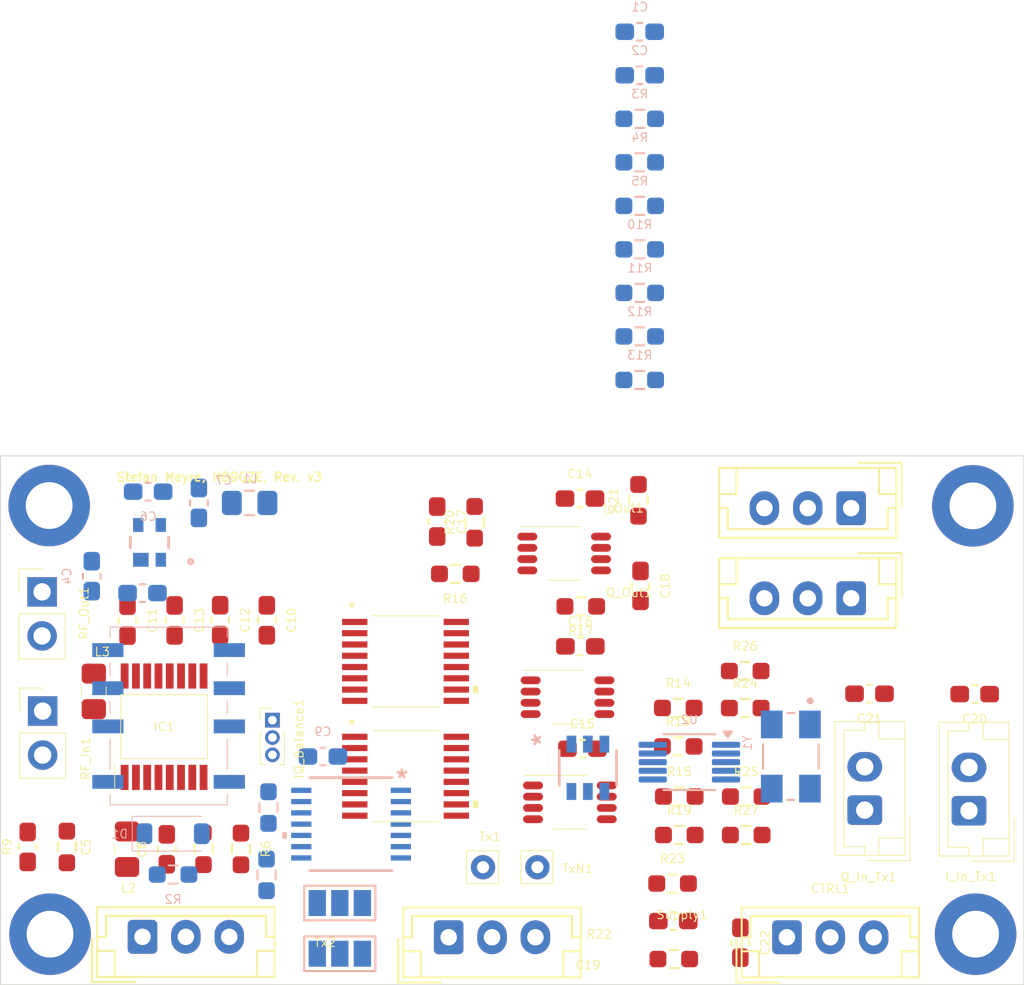
<source format=kicad_pcb>
(kicad_pcb (version 20240108) (generator "pcbnew") (generator_version "8.0")
  (title_block (comment 4 "AISLER Project ID: YJPBAAIW"))
  (layers (0 "F.Cu" mixed) (1 "In1.Cu" mixed) (2 "In2.Cu" mixed) (31 "B.Cu" mixed) (34 "B.Paste" user) (35 "F.Paste" user) (36 "B.SilkS" user "B.Silkscreen") (37 "F.SilkS" user "F.Silkscreen") (38 "B.Mask" user) (39 "F.Mask" user) (44 "Edge.Cuts" user))
  (net 0 "")
  (net 1 "/RF_IN_OUT")
  (net 2 "+3.3V")
  (net 3 "GND")
  (net 4 "+5V")
  (net 5 "/+2.5V")
  (net 6 "Net-(IC1-VCC)")
  (net 7 "Net-(U1-IN)")
  (net 8 "Net-(C3-Pad1)")
  (net 9 "Net-(C8-Pad2)")
  (net 10 "Net-(U6-X)")
  (net 11 "Net-(U6-Y)")
  (net 12 "Net-(U1-OUT)")
  (net 13 "Net-(C5-Pad2)")
  (net 14 "Net-(D1-K)")
  (net 15 "/Clk_S0")
  (net 16 "/Clk_S1")
  (net 17 "/3")
  (net 18 "/2")
  (net 19 "/1")
  (net 20 "/4")
  (net 21 "Net-(IC1-1A)")
  (net 22 "Net-(I_In_Tx1-Pin_2)")
  (net 23 "/TxN")
  (net 24 "Net-(Q_In_Tx1-Pin_2)")
  (net 25 "/S1")
  (net 26 "/S0")
  (net 27 "Net-(U1-VD)")
  (net 28 "Net-(U5-Y1)")
  (net 29 "/Tx")
  (net 30 "/RF_In")
  (net 35 "/RF_Out")
  (net 36 "Net-(I_Out1-Pin_2)")
  (net 37 "Net-(Q_Out1-Pin_2)")
  (net 38 "Net-(U6-Y1)")
  (net 39 "Net-(C20-Pad2)")
  (net 40 "Net-(C21-Pad2)")
  (net 41 "/SDA")
  (net 42 "/SCL")
  (net 43 "Net-(U3-*1Q)")
  (net 44 "/SI5351CLK")
  (net 45 "/RawClk")
  (net 46 "Net-(U3-2Q)")
  (net 47 "Net-(U5-X)")
  (net 48 "Net-(U5-Y)")
  (net 49 "Net-(U5-X0)")
  (net 50 "Net-(U8B-IN-)")
  (net 51 "Net-(U6-X0)")
  (net 52 "Net-(U9B-IN-)")
  (net 53 "Net-(U5-X1)")
  (net 54 "Net-(U6-X1)")
  (net 55 "Net-(U5-Y0)")
  (net 56 "Net-(U6-Y0)")
  (net 57 "Net-(U8A-IN-)")
  (net 58 "Net-(U9A-IN-)")
  (net 61 "Net-(U2-XA)")
  (net 62 "Net-(U2-XB)")
  (net 63 "Net-(U3-*2Q)")
  (net 64 "Net-(U3-1Q)")
  (footprint "Connector_PinHeader_2.54mm:PinHeader_1x02_P2.54mm_Vertical" (layer "F.Cu") (at 102.4375 57.7799)
    (property "Reference" "RF_Out1" (at 2.421641 1.228118 90) (layer "F.SilkS") (effects (font (size 0.5 0.5) (thickness 0.0625))))
    (property "Value" "Conn_01x02" (hide yes))
    (pad "1" thru_hole rect (at 0 0) (size 1.7 1.7) (drill 1) (layers "*.Cu" "*.Mask") (net 3 "GND"))
    (pad "2" thru_hole oval (at 0 2.54) (size 1.7 1.7) (drill 1) (layers "*.Cu" "*.Mask") (net 35 "/RF_Out"))
  )
  (footprint "Capacitor_SMD:C_0603_1608Metric_Pad1.08x0.95mm_HandSolder" (layer "F.Cu") (at 110.077 59.4242 -90)
    (property "Reference" "C13" (at 0 -1.43 -90) (layer "F.SilkS") (effects (font (size 0.5 0.5) (thickness 0.0625))))
    (property "Value" "47nF" (hide yes))
    (pad "1" smd roundrect (at -0.8625 0 270) (size 1.075 0.95) (layers "F.Cu" "F.Paste" "F.Mask") (net 3 "GND"))
    (pad "2" smd roundrect (at 0.8625 0 270) (size 1.075 0.95) (layers "F.Cu" "F.Paste" "F.Mask") (net 17 "/3"))
  )
  (footprint "Private:SOP65P640X110-16N" (layer "F.Cu") (at 109.47 65.5562 90)
    (property "Reference" "IC1" (at 0 0 0) (layer "F.SilkS") (effects (font (size 0.5 0.5) (thickness 0.0625))))
    (property "Value" "FST3253MTCX" (hide yes))
    (pad "1" smd rect (at -2.925 -2.275 180) (size 0.45 1.45) (layers "F.Cu" "F.Paste" "F.Mask") (net 3 "GND"))
    (pad "2" smd rect (at -2.925 -1.625 180) (size 0.45 1.45) (layers "F.Cu" "F.Paste" "F.Mask") (net 25 "/S1"))
    (pad "3" smd rect (at -2.925 -0.975 180) (size 0.45 1.45) (layers "F.Cu" "F.Paste" "F.Mask") (net 20 "/4"))
    (pad "4" smd rect (at -2.925 -0.325 180) (size 0.45 1.45) (layers "F.Cu" "F.Paste" "F.Mask") (net 17 "/3"))
    (pad "5" smd rect (at -2.925 0.325 180) (size 0.45 1.45) (layers "F.Cu" "F.Paste" "F.Mask") (net 18 "/2"))
    (pad "6" smd rect (at -2.925 0.975 180) (size 0.45 1.45) (layers "F.Cu" "F.Paste" "F.Mask") (net 19 "/1"))
    (pad "7" smd rect (at -2.925 1.625 180) (size 0.45 1.45) (layers "F.Cu" "F.Paste" "F.Mask") (net 21 "Net-(IC1-1A)"))
    (pad "8" smd rect (at -2.925 2.275 180) (size 0.45 1.45) (layers "F.Cu" "F.Paste" "F.Mask") (net 3 "GND"))
    (pad "9" smd rect (at 2.925 2.275 180) (size 0.45 1.45) (layers "F.Cu" "F.Paste" "F.Mask") (net 21 "Net-(IC1-1A)"))
    (pad "10" smd rect (at 2.925 1.625 180) (size 0.45 1.45) (layers "F.Cu" "F.Paste" "F.Mask") (net 19 "/1"))
    (pad "11" smd rect (at 2.925 0.975 180) (size 0.45 1.45) (layers "F.Cu" "F.Paste" "F.Mask") (net 18 "/2"))
    (pad "12" smd rect (at 2.925 0.325 180) (size 0.45 1.45) (layers "F.Cu" "F.Paste" "F.Mask") (net 17 "/3"))
    (pad "13" smd rect (at 2.925 -0.325 180) (size 0.45 1.45) (layers "F.Cu" "F.Paste" "F.Mask") (net 20 "/4"))
    (pad "14" smd rect (at 2.925 -0.975 180) (size 0.45 1.45) (layers "F.Cu" "F.Paste" "F.Mask") (net 26 "/S0"))
    (pad "15" smd rect (at 2.925 -1.625 180) (size 0.45 1.45) (layers "F.Cu" "F.Paste" "F.Mask") (net 3 "GND"))
    (pad "16" smd rect (at 2.925 -2.275 180) (size 0.45 1.45) (layers "F.Cu" "F.Paste" "F.Mask") (net 6 "Net-(IC1-VCC)"))
  )
  (footprint "Resistor_SMD:R_0603_1608Metric_Pad0.98x0.95mm_HandSolder" (layer "F.Cu") (at 139.1673 69.5827)
    (property "Reference" "R15" (at 0 -1.43 0) (layer "F.SilkS") (effects (font (size 0.5 0.5) (thickness 0.0625))))
    (property "Value" "10k 1%" (hide yes))
    (pad "1" smd roundrect (at -0.9125 0) (size 0.975 0.95) (layers "F.Cu" "F.Paste" "F.Mask") (net 51 "Net-(U6-X0)"))
    (pad "2" smd roundrect (at 0.9125 0) (size 0.975 0.95) (layers "F.Cu" "F.Paste" "F.Mask") (net 52 "Net-(U9B-IN-)"))
  )
  (footprint "Capacitor_SMD:C_0603_1608Metric_Pad1.08x0.95mm_HandSolder" (layer "F.Cu") (at 109.6245 72.6273 90)
    (property "Reference" "C8" (at 0 -1.43 90) (layer "F.SilkS") (effects (font (size 0.5 0.5) (thickness 0.0625))))
    (property "Value" "100nF" (hide yes))
    (pad "1" smd roundrect (at -0.8625 0 90) (size 1.075 0.95) (layers "F.Cu" "F.Paste" "F.Mask") (net 3 "GND"))
    (pad "2" smd roundrect (at 0.8625 0 90) (size 1.075 0.95) (layers "F.Cu" "F.Paste" "F.Mask") (net 9 "Net-(C8-Pad2)"))
  )
  (footprint "Resistor_SMD:R_0603_1608Metric_Pad0.98x0.95mm_HandSolder" (layer "F.Cu") (at 113.9003 72.6065 -90)
    (property "Reference" "R6" (at 0 -1.43 -90) (layer "F.SilkS") (effects (font (size 0.5 0.5) (thickness 0.0625))))
    (property "Value" "10k" (hide yes))
    (pad "1" smd roundrect (at -0.9125 0 270) (size 0.975 0.95) (layers "F.Cu" "F.Paste" "F.Mask") (net 6 "Net-(IC1-VCC)"))
    (pad "2" smd roundrect (at 0.9125 0 270) (size 0.975 0.95) (layers "F.Cu" "F.Paste" "F.Mask") (net 9 "Net-(C8-Pad2)"))
  )
  (footprint "Resistor_SMD:R_0603_1608Metric_Pad0.98x0.95mm_HandSolder" (layer "F.Cu") (at 111.7405 72.5967 -90)
    (property "Reference" "R7" (hide yes))
    (property "Value" "10k" (hide yes))
    (pad "1" smd roundrect (at -0.9125 0 270) (size 0.975 0.95) (layers "F.Cu" "F.Paste" "F.Mask") (net 9 "Net-(C8-Pad2)"))
    (pad "2" smd roundrect (at 0.9125 0 270) (size 0.975 0.95) (layers "F.Cu" "F.Paste" "F.Mask") (net 3 "GND"))
  )
  (footprint "Capacitor_SMD:C_0603_1608Metric_Pad1.08x0.95mm_HandSolder" (layer "F.Cu") (at 136.9337 57.4346 -90)
    (property "Reference" "C18" (at 0 -1.43 -90) (layer "F.SilkS") (effects (font (size 0.5 0.5) (thickness 0.0625))))
    (property "Value" "1.5nF" (hide yes))
    (pad "1" smd roundrect (at -0.8625 0 270) (size 1.075 0.95) (layers "F.Cu" "F.Paste" "F.Mask") (net 37 "Net-(Q_Out1-Pin_2)"))
    (pad "2" smd roundrect (at 0.8625 0 270) (size 1.075 0.95) (layers "F.Cu" "F.Paste" "F.Mask") (net 38 "Net-(U6-Y1)"))
  )
  (footprint "Connector_JST:JST_EH_B3B-EH-A_1x03_P2.50mm_Vertical" (layer "F.Cu") (at 149.075 52.95 180)
    (property "Reference" "I_Out1" (at 13.125 0 360) (layer "F.SilkS") (effects (font (size 0.5 0.5) (thickness 0.0625))))
    (property "Value" "I_Out" (hide yes))
    (pad "1" thru_hole roundrect (at 0 0 180) (size 1.7 1.95) (drill 0.95) (layers "*.Cu" "*.Mask") (roundrect_rratio 0.147059) (net 3 "GND"))
    (pad "2" thru_hole oval (at 2.5 0 180) (size 1.7 1.95) (drill 0.95) (layers "*.Cu" "*.Mask") (net 36 "Net-(I_Out1-Pin_2)"))
    (pad "3" thru_hole oval (at 5 0 180) (size 1.7 1.95) (drill 0.95) (layers "*.Cu" "*.Mask") (net 36 "Net-(I_Out1-Pin_2)"))
  )
  (footprint "Resistor_SMD:R_0603_1608Metric_Pad0.98x0.95mm_HandSolder" (layer "F.Cu") (at 143.0269 71.8019)
    (property "Reference" "R27" (at 0 -1.43 0) (layer "F.SilkS") (effects (font (size 0.5 0.5) (thickness 0.0625))))
    (property "Value" "10k 1%" (hide yes))
    (pad "1" smd roundrect (at -0.9125 0) (size 0.975 0.95) (layers "F.Cu" "F.Paste" "F.Mask") (net 58 "Net-(U9A-IN-)"))
    (pad "2" smd roundrect (at 0.9125 0) (size 0.975 0.95) (layers "F.Cu" "F.Paste" "F.Mask") (net 40 "Net-(C21-Pad2)"))
  )
  (footprint "Resistor_SMD:R_0603_1608Metric_Pad0.98x0.95mm_HandSolder" (layer "F.Cu") (at 139.109 66.6934)
    (property "Reference" "R18" (at 0 -1.43 0) (layer "F.SilkS") (effects (font (size 0.5 0.5) (thickness 0.0625))))
    (property "Value" "10k 1%" (hide yes))
    (pad "1" smd roundrect (at -0.9125 0) (size 0.975 0.95) (layers "F.Cu" "F.Paste" "F.Mask") (net 50 "Net-(U8B-IN-)"))
    (pad "2" smd roundrect (at 0.9125 0) (size 0.975 0.95) (layers "F.Cu" "F.Paste" "F.Mask") (net 55 "Net-(U5-Y0)"))
  )
  (footprint "Private:TSSOP16_5P1X4P5_NEX" (layer "F.Cu") (at 123.3891 68.4127)
    (property "Reference" "U6" (hide yes))
    (property "Value" "4053" (hide yes))
    (fp_text user "*" (at -3.097164 -2.965241 0) (layer "F.SilkS") (effects (font (size 0.5 0.5) (thickness 0.1))))
    (pad "1" smd rect (at -2.92735 -2.274999) (size 1.4605 0.3556) (layers "F.Cu" "F.Paste" "F.Mask") (net 38 "Net-(U6-Y1)"))
    (pad "2" smd rect (at -2.92735 -1.625001) (size 1.4605 0.3556) (layers "F.Cu" "F.Paste" "F.Mask") (net 56 "Net-(U6-Y0)"))
    (pad "3" smd rect (at -2.92735 -0.974999) (size 1.4605 0.3556) (layers "F.Cu" "F.Paste" "F.Mask"))
    (pad "4" smd rect (at -2.92735 -0.325001) (size 1.4605 0.3556) (layers "F.Cu" "F.Paste" "F.Mask"))
    (pad "5" smd rect (at -2.92735 0.324998) (size 1.4605 0.3556) (layers "F.Cu" "F.Paste" "F.Mask"))
    (pad "6" smd rect (at -2.92735 0.974999) (size 1.4605 0.3556) (layers "F.Cu" "F.Paste" "F.Mask"))
    (pad "7" smd rect (at -2.92735 1.624998) (size 1.4605 0.3556) (layers "F.Cu" "F.Paste" "F.Mask") (net 3 "GND"))
    (pad "8" smd rect (at -2.92735 2.274999) (size 1.4605 0.3556) (layers "F.Cu" "F.Paste" "F.Mask") (net 3 "GND"))
    (pad "9" smd rect (at 2.92735 2.274999) (size 1.4605 0.3556) (layers "F.Cu" "F.Paste" "F.Mask") (net 29 "/Tx"))
    (pad "10" smd rect (at 2.92735 1.625001) (size 1.4605 0.3556) (layers "F.Cu" "F.Paste" "F.Mask") (net 29 "/Tx"))
    (pad "11" smd rect (at 2.92735 0.974999) (size 1.4605 0.3556) (layers "F.Cu" "F.Paste" "F.Mask") (net 29 "/Tx"))
    (pad "12" smd rect (at 2.92735 0.325001) (size 1.4605 0.3556) (layers "F.Cu" "F.Paste" "F.Mask") (net 51 "Net-(U6-X0)"))
    (pad "13" smd rect (at 2.92735 -0.324998) (size 1.4605 0.3556) (layers "F.Cu" "F.Paste" "F.Mask") (net 54 "Net-(U6-X1)"))
    (pad "14" smd rect (at 2.92735 -0.974999) (size 1.4605 0.3556) (layers "F.Cu" "F.Paste" "F.Mask") (net 10 "Net-(U6-X)"))
    (pad "15" smd rect (at 2.92735 -1.624998) (size 1.4605 0.3556) (layers "F.Cu" "F.Paste" "F.Mask") (net 11 "Net-(U6-Y)"))
    (pad "16" smd rect (at 2.92735 -2.274999) (size 1.4605 0.3556) (layers "F.Cu" "F.Paste" "F.Mask") (net 4 "+5V"))
  )
  (footprint "Resistor_SMD:R_0603_1608Metric_Pad0.98x0.95mm_HandSolder" (layer "F.Cu") (at 103.866 72.4916 90)
    (property "Reference" "R9" (at 0.0166 -3.441 90) (layer "F.SilkS") (effects (font (size 0.5 0.5) (thickness 0.0625))))
    (property "Value" "47R" (hide yes))
    (pad "1" smd roundrect (at -0.9125 0 90) (size 0.975 0.95) (layers "F.Cu" "F.Paste" "F.Mask") (net 13 "Net-(C5-Pad2)"))
    (pad "2" smd roundrect (at 0.9125 0 90) (size 0.975 0.95) (layers "F.Cu" "F.Paste" "F.Mask") (net 21 "Net-(IC1-1A)"))
  )
  (footprint "Connector_PinHeader_2.54mm:PinHeader_1x02_P2.54mm_Vertical" (layer "F.Cu") (at 102.4697 64.654)
    (property "Reference" "RF_In1" (at 2.476856 2.745892 90) (layer "F.SilkS") (effects (font (size 0.5 0.5) (thickness 0.0625))))
    (property "Value" "Conn_01x02" (hide yes))
    (pad "1" thru_hole rect (at 0 0) (size 1.7 1.7) (drill 1) (layers "*.Cu" "*.Mask") (net 3 "GND"))
    (pad "2" thru_hole oval (at 0 2.54) (size 1.7 1.7) (drill 1) (layers "*.Cu" "*.Mask") (net 30 "/RF_In"))
  )
  (footprint "Connector_Pin:Pin_D0.7mm_L6.5mm_W1.8mm_FlatFork" (layer "F.Cu") (at 130.9893 73.66)
    (property "Reference" "TxN1" (at 2.311073 0.078341 0) (layer "F.SilkS") (effects (font (size 0.5 0.5) (thickness 0.0625))))
    (property "Value" "TestPoint" (hide yes))
    (pad "1" thru_hole circle (at 0 0) (size 1.4 1.4) (drill 0.7) (layers "*.Cu" "*.Mask") (net 23 "/TxN"))
  )
  (footprint "Connector_PinHeader_1.00mm:PinHeader_1x03_P1.00mm_Vertical" (layer "F.Cu") (at 115.7148 65.1796)
    (property "Reference" "IQ_Balance1" (at 1.533138 1.069323 90) (layer "F.SilkS") (effects (font (size 0.5 0.5) (thickness 0.0625))))
    (property "Value" "Conn_01x03" (hide yes))
    (pad "1" thru_hole rect (at 0 0) (size 0.85 0.85) (drill 0.5) (layers "*.Cu" "*.Mask") (net 3 "GND"))
    (pad "2" thru_hole oval (at 0 1) (size 0.85 0.85) (drill 0.5) (layers "*.Cu" "*.Mask") (net 19 "/1"))
    (pad "3" thru_hole oval (at 0 2) (size 0.85 0.85) (drill 0.5) (layers "*.Cu" "*.Mask") (net 17 "/3"))
  )
  (footprint "Capacitor_SMD:C_0603_1608Metric_Pad1.08x0.95mm_HandSolder" (layer "F.Cu") (at 112.6997 59.413 -90)
    (property "Reference" "C12" (at 0 -1.43 -90) (layer "F.SilkS") (effects (font (size 0.5 0.5) (thickness 0.0625))))
    (property "Value" "47nF" (hide yes))
    (pad "1" smd roundrect (at -0.8625 0 270) (size 1.075 0.95) (layers "F.Cu" "F.Paste" "F.Mask") (net 3 "GND"))
    (pad "2" smd roundrect (at 0.8625 0 270) (size 1.075 0.95) (layers "F.Cu" "F.Paste" "F.Mask") (net 18 "/2"))
  )
  (footprint "Private:OPA1678_L" (layer "F.Cu") (at 132.8624 69.9174)
    (property "Reference" "U9" (hide yes))
    (property "Value" "OPA1678IDGKT" (hide yes))
    (pad "1" smd oval (at -2.125 -0.974999 90) (size 0.449999 1.15) (layers "F.Cu" "F.Paste" "F.Mask") (net 56 "Net-(U6-Y0)"))
    (pad "2" smd oval (at -2.125 -0.324998 90) (size 0.449999 1.15) (layers "F.Cu" "F.Paste" "F.Mask") (net 58 "Net-(U9A-IN-)"))
    (pad "3" smd oval (at -2.125 0.325001 90) (size 0.449999 1.15) (layers "F.Cu" "F.Paste" "F.Mask") (net 5 "/+2.5V"))
    (pad "4" smd oval (at -2.125 0.975002 90) (size 0.449999 1.15) (layers "F.Cu" "F.Paste" "F.Mask") (net 3 "GND"))
    (pad "5" smd oval (at 2.125 0.975002 90) (size 0.449999 1.15) (layers "F.Cu" "F.Paste" "F.Mask") (net 5 "/+2.5V"))
    (pad "6" smd oval (at 2.125 0.325001 90) (size 0.449999 1.15) (layers "F.Cu" "F.Paste" "F.Mask") (net 52 "Net-(U9B-IN-)"))
    (pad "7" smd oval (at 2.125 -0.324998 90) (size 0.449999 1.15) (layers "F.Cu" "F.Paste" "F.Mask") (net 51 "Net-(U6-X0)"))
    (pad "8" smd oval (at 2.125 -0.974999 90) (size 0.449999 1.15) (layers "F.Cu" "F.Paste" "F.Mask") (net 4 "+5V"))
  )
  (footprint "Resistor_SMD:R_0603_1608Metric_Pad0.98x0.95mm_HandSolder" (layer "F.Cu") (at 133.4898 58.6163 180)
    (property "Reference" "R17" (at 0 -1.43 180) (layer "F.SilkS") (effects (font (size 0.5 0.5) (thickness 0.0625))))
    (property "Value" "10k 1%" (hide yes))
    (pad "1" smd roundrect (at -0.9125 0 180) (size 0.975 0.95) (layers "F.Cu" "F.Paste" "F.Mask") (net 54 "Net-(U6-X1)"))
    (pad "2" smd roundrect (at 0.9125 0 180) (size 0.975 0.95) (layers "F.Cu" "F.Paste" "F.Mask") (net 5 "/+2.5V"))
  )
  (footprint "Capacitor_SMD:C_0603_1608Metric_Pad1.08x0.95mm_HandSolder" (layer "F.Cu") (at 133.5825 66.8256)
    (property "Reference" "C15" (at 0 -1.43 0) (layer "F.SilkS") (effects (font (size 0.5 0.5) (thickness 0.0625))))
    (property "Value" "100nF" (hide yes))
    (pad "1" smd roundrect (at -0.8625 0) (size 1.075 0.95) (layers "F.Cu" "F.Paste" "F.Mask") (net 3 "GND"))
    (pad "2" smd roundrect (at 0.8625 0) (size 1.075 0.95) (layers "F.Cu" "F.Paste" "F.Mask") (net 4 "+5V"))
  )
  (footprint "Resistor_SMD:R_0603_1608Metric_Pad0.98x0.95mm_HandSolder" (layer "F.Cu") (at 136.8173 52.4991 90)
    (property "Reference" "R21" (at 0 -1.43 90) (layer "F.SilkS") (effects (font (size 0.5 0.5) (thickness 0.0625))))
    (property "Value" "10k 1%" (hide yes))
    (pad "1" smd roundrect (at -0.9125 0 90) (size 0.975 0.95) (layers "F.Cu" "F.Paste" "F.Mask") (net 38 "Net-(U6-Y1)"))
    (pad "2" smd roundrect (at 0.9125 0 90) (size 0.975 0.95) (layers "F.Cu" "F.Paste" "F.Mask") (net 37 "Net-(Q_Out1-Pin_2)"))
  )
  (footprint "MountingHole:MountingHole_2.7mm_M2.5_DIN965_Pad_TopBottom" (layer "F.Cu") (at 102.8954 77.522)
    (property "Reference" "H3" (hide yes))
    (property "Value" "MountingHole_Pad" (hide yes))
    (fp_text user "${REFERENCE}" (at 0 0 0) (layer "F.SilkS") (effects (font (size 0.5 0.5) (thickness 0.1))))
    (pad "1" thru_hole circle (at 0 0) (size 3.1 3.1) (drill 2.7) (layers "*.Cu" "*.Mask") (net 3 "GND"))
    (pad "1" connect circle (at 0 0) (size 4.7 4.7) (layers "F.Cu" "F.Mask") (net 3 "GND"))
    (pad "1" connect circle (at 0 0) (size 4.7 4.7) (layers "B.Cu" "B.Mask") (net 3 "GND"))
  )
  (footprint "Capacitor_SMD:C_0603_1608Metric_Pad1.08x0.95mm_HandSolder" (layer "F.Cu") (at 142.6901 78.0151 -90)
    (property "Reference" "C22" (at 0 -1.43 -90) (layer "F.SilkS") (effects (font (size 0.5 0.5) (thickness 0.0625))))
    (property "Value" "100nF" (hide yes))
    (pad "1" smd roundrect (at -0.8625 0 270) (size 1.075 0.95) (layers "F.Cu" "F.Paste" "F.Mask") (net 3 "GND"))
    (pad "2" smd roundrect (at 0.8625 0 270) (size 1.075 0.95) (layers "F.Cu" "F.Paste" "F.Mask") (net 4 "+5V"))
  )
  (footprint "Capacitor_SMD:C_0603_1608Metric_Pad1.08x0.95mm_HandSolder" (layer "F.Cu") (at 138.8253 76.7656 180)
    (property "Reference" "C19" (at 4.9253 -2.5344 180) (layer "F.SilkS") (effects (font (size 0.5 0.5) (thickness 0.0625))))
    (property "Value" "100nF" (hide yes))
    (pad "1" smd roundrect (at -0.8625 0 180) (size 1.075 0.95) (layers "F.Cu" "F.Paste" "F.Mask") (net 3 "GND"))
    (pad "2" smd roundrect (at 0.8625 0 180) (size 1.075 0.95) (layers "F.Cu" "F.Paste" "F.Mask") (net 5 "/+2.5V"))
  )
  (footprint "Connector_Pin:Pin_D0.7mm_L6.5mm_W1.8mm_FlatFork" (layer "F.Cu") (at 127.8557 73.66)
    (property "Reference" "Tx1" (at 0.391708 -1.762683 0) (layer "F.SilkS") (effects (font (size 0.5 0.5) (thickness 0.0625))))
    (property "Value" "TestPoint" (hide yes))
    (pad "1" thru_hole circle (at 0 0) (size 1.4 1.4) (drill 0.7) (layers "*.Cu" "*.Mask") (net 29 "/Tx"))
  )
  (footprint "Capacitor_SMD:C_0603_1608Metric_Pad1.08x0.95mm_HandSolder" (layer "F.Cu") (at 101.6048 72.4916 -90)
    (property "Reference" "C5" (at 0 -3.3702 -90) (layer "F.SilkS") (effects (font (size 0.5 0.5) (thickness 0.0625))))
    (property "Value" "100nF" (hide yes))
    (pad "1" smd roundrect (at -0.8625 0 270) (size 1.075 0.95) (layers "F.Cu" "F.Paste" "F.Mask") (net 1 "/RF_IN_OUT"))
    (pad "2" smd roundrect (at 0.8625 0 270) (size 1.075 0.95) (layers "F.Cu" "F.Paste" "F.Mask") (net 13 "Net-(C5-Pad2)"))
  )
  (footprint "Private:OPA1678_L" (layer "F.Cu") (at 132.5323 55.5655)
    (property "Reference" "U7" (hide yes))
    (property "Value" "OPA1678IDGKT" (hide yes))
    (pad "1" smd oval (at -2.125 -0.974999 90) (size 0.449999 1.15) (layers "F.Cu" "F.Paste" "F.Mask") (net 36 "Net-(I_Out1-Pin_2)"))
    (pad "2" smd oval (at -2.125 -0.324998 90) (size 0.449999 1.15) (layers "F.Cu" "F.Paste" "F.Mask") (net 28 "Net-(U5-Y1)"))
    (pad "3" smd oval (at -2.125 0.325001 90) (size 0.449999 1.15) (layers "F.Cu" "F.Paste" "F.Mask") (net 53 "Net-(U5-X1)"))
    (pad "4" smd oval (at -2.125 0.975002 90) (size 0.449999 1.15) (layers "F.Cu" "F.Paste" "F.Mask") (net 3 "GND"))
    (pad "5" smd oval (at 2.125 0.975002 90) (size 0.449999 1.15) (layers "F.Cu" "F.Paste" "F.Mask") (net 54 "Net-(U6-X1)"))
    (pad "6" smd oval (at 2.125 0.325001 90) (size 0.449999 1.15) (layers "F.Cu" "F.Paste" "F.Mask") (net 38 "Net-(U6-Y1)"))
    (pad "7" smd oval (at 2.125 -0.324998 90) (size 0.449999 1.15) (layers "F.Cu" "F.Paste" "F.Mask") (net 37 "Net-(Q_Out1-Pin_2)"))
    (pad "8" smd oval (at 2.125 -0.974999 90) (size 0.449999 1.15) (layers "F.Cu" "F.Paste" "F.Mask") (net 4 "+5V"))
  )
  (footprint "MountingHole:MountingHole_2.7mm_M2.5_DIN965_Pad_TopBottom" (layer "F.Cu") (at 156.0918 52.8184)
    (property "Reference" "H2" (hide yes))
    (property "Value" "MountingHole_Pad" (hide yes))
    (fp_text user "${REFERENCE}" (at 0 0 0) (layer "F.SilkS") (effects (font (size 0.5 0.5) (thickness 0.1))))
    (pad "1" thru_hole circle (at 0 0) (size 3.1 3.1) (drill 2.7) (layers "*.Cu" "*.Mask") (net 3 "GND"))
    (pad "1" connect circle (at 0 0) (size 4.7 4.7) (layers "F.Cu" "F.Mask") (net 3 "GND"))
    (pad "1" connect circle (at 0 0) (size 4.7 4.7) (layers "B.Cu" "B.Mask") (net 3 "GND"))
  )
  (footprint "Connector_JST:JST_EH_B3B-EH-A_1x03_P2.50mm_Vertical" (layer "F.Cu") (at 108.225 77.675)
    (property "Reference" "Tx2" (at 10.525 0.325 0) (layer "F.SilkS") (effects (font (size 0.5 0.5) (thickness 0.0625))))
    (property "Value" "Q_Out" (hide yes))
    (pad "1" thru_hole roundrect (at 0 0) (size 1.7 1.95) (drill 0.95) (layers "*.Cu" "*.Mask") (roundrect_rratio 0.147059) (net 3 "GND"))
    (pad "2" thru_hole oval (at 2.5 0) (size 1.7 1.95) (drill 0.95) (layers "*.Cu" "*.Mask") (net 29 "/Tx"))
    (pad "3" thru_hole oval (at 5 0) (size 1.7 1.95) (drill 0.95) (layers "*.Cu" "*.Mask") (net 23 "/TxN"))
  )
  (footprint "Capacitor_SMD:C_0603_1608Metric_Pad1.08x0.95mm_HandSolder" (layer "F.Cu") (at 133.4668 60.9228)
    (property "Reference" "C16" (at 0 -1.43 0) (layer "F.SilkS") (effects (font (size 0.5 0.5) (thickness 0.0625))))
    (property "Value" "100nF" (hide yes))
    (pad "1" smd roundrect (at -0.8625 0) (size 1.075 0.95) (layers "F.Cu" "F.Paste" "F.Mask") (net 3 "GND"))
    (pad "2" smd roundrect (at 0.8625 0) (size 1.075 0.95) (layers "F.Cu" "F.Paste" "F.Mask") (net 4 "+5V"))
  )
  (footprint "Resistor_SMD:R_0603_1608Metric_Pad0.98x0.95mm_HandSolder" (layer "F.Cu") (at 127.3727 53.7678 90)
    (property "Reference" "R20" (at 0 -1.43 90) (layer "F.SilkS") (effects (font (size 0.5 0.5) (thickness 0.0625))))
    (property "Value" "10k 1%" (hide yes))
    (pad "1" smd roundrect (at -0.9125 0 90) (size 0.975 0.95) (layers "F.Cu" "F.Paste" "F.Mask") (net 28 "Net-(U5-Y1)"))
    (pad "2" smd roundrect (at 0.9125 0 90) (size 0.975 0.95) (layers "F.Cu" "F.Paste" "F.Mask") (net 36 "Net-(I_Out1-Pin_2)"))
  )
  (footprint "Capacitor_SMD:C_0603_1608Metric_Pad1.08x0.95mm_HandSolder" (layer "F.Cu") (at 133.444 52.399)
    (property "Reference" "C14" (at 0 -1.43 0) (layer "F.SilkS") (effects (font (size 0.5 0.5) (thickness 0.0625))))
    (property "Value" "100nF" (hide yes))
    (pad "1" smd roundrect (at -0.8625 0) (size 1.075 0.95) (layers "F.Cu" "F.Paste" "F.Mask") (net 3 "GND"))
    (pad "2" smd roundrect (at 0.8625 0) (size 1.075 0.95) (layers "F.Cu" "F.Paste" "F.Mask") (net 4 "+5V"))
  )
  (footprint "Capacitor_SMD:C_0603_1608Metric_Pad1.08x0.95mm_HandSolder" (layer "F.Cu") (at 125.2135 53.7231 -90)
    (property "Reference" "C17" (at 0 -1.43 -90) (layer "F.SilkS") (effects (font (size 0.5 0.5) (thickness 0.0625))))
    (property "Value" "1.5nF" (hide yes))
    (pad "1" smd roundrect (at -0.8625 0 270) (size 1.075 0.95) (layers "F.Cu" "F.Paste" "F.Mask") (net 36 "Net-(I_Out1-Pin_2)"))
    (pad "2" smd roundrect (at 0.8625 0 270) (size 1.075 0.95) (layers "F.Cu" "F.Paste" "F.Mask") (net 28 "Net-(U5-Y1)"))
  )
  (footprint "Resistor_SMD:R_0603_1608Metric_Pad0.98x0.95mm_HandSolder" (layer "F.Cu") (at 138.8507 78.9552)
    (property "Reference" "R22" (at -4.3007 -1.43 0) (layer "F.SilkS") (effects (font (size 0.5 0.5) (thickness 0.0625))))
    (property "Value" "1k" (hide yes))
    (pad "1" smd roundrect (at -0.9125 0) (size 0.975 0.95) (layers "F.Cu" "F.Paste" "F.Mask") (net 5 "/+2.5V"))
    (pad "2" smd roundrect (at 0.9125 0) (size 0.975 0.95) (layers "F.Cu" "F.Paste" "F.Mask") (net 4 "+5V"))
  )
  (footprint "Resistor_SMD:R_0603_1608Metric_Pad0.98x0.95mm_HandSolder" (layer "F.Cu") (at 142.9686 64.4792)
    (property "Reference" "R24" (at 0 -1.43 0) (layer "F.SilkS") (effects (font (size 0.5 0.5) (thickness 0.0625))))
    (property "Value" "10k 1%" (hide yes))
    (pad "1" smd roundrect (at -0.9125 0) (size 0.975 0.95) (layers "F.Cu" "F.Paste" "F.Mask") (net 55 "Net-(U5-Y0)"))
    (pad "2" smd roundrect (at 0.9125 0) (size 0.975 0.95) (layers "F.Cu" "F.Paste" "F.Mask") (net 57 "Net-(U8A-IN-)"))
  )
  (footprint "Connector_JST:JST_EH_B3B-EH-A_1x03_P2.50mm_Vertical" (layer "F.Cu") (at 145.375 77.7)
    (property "Reference" "CTRL1" (at 2.5 -2.8 0) (layer "F.SilkS") (effects (font (size 0.5 0.5) (thickness 0.0625))))
    (property "Value" "Conn_01x03_Socket" (hide yes))
    (pad "1" thru_hole roundrect (at 0 0) (size 1.7 1.95) (drill 0.95) (layers "*.Cu" "*.Mask") (roundrect_rratio 0.147059) (net 3 "GND"))
    (pad "2" thru_hole oval (at 2.5 0) (size 1.7 1.95) (drill 0.95) (layers "*.Cu" "*.Mask") (net 42 "/SCL"))
    (pad "3" thru_hole oval (at 5 0) (size 1.7 1.95) (drill 0.95) (layers "*.Cu" "*.Mask") (net 41 "/SDA"))
  )
  (footprint "MountingHole:MountingHole_2.7mm_M2.5_DIN965_Pad_TopBottom" (layer "F.Cu") (at 102.8446 52.8)
    (property "Reference" "H1" (hide yes))
    (property "Value" "MountingHole_Pad" (hide yes))
    (fp_text user "${REFERENCE}" (at 0 0 0) (layer "F.SilkS") (effects (font (size 0.5 0.5) (thickness 0.1))))
    (pad "1" thru_hole circle (at 0 0) (size 3.1 3.1) (drill 2.7) (layers "*.Cu" "*.Mask") (net 3 "GND"))
    (pad "1" connect circle (at 0 0) (size 4.7 4.7) (layers "F.Cu" "F.Mask") (net 3 "GND"))
    (pad "1" connect circle (at 0 0) (size 4.7 4.7) (layers "B.Cu" "B.Mask") (net 3 "GND"))
  )
  (footprint "MountingHole:MountingHole_2.7mm_M2.5_DIN965_Pad_TopBottom" (layer "F.Cu") (at 156.2491 77.522)
    (property "Reference" "H4" (hide yes))
    (property "Value" "MountingHole_Pad" (hide yes))
    (fp_text user "${REFERENCE}" (at 0 0 0) (layer "F.SilkS") (effects (font (size 0.5 0.5) (thickness 0.1))))
    (pad "1" thru_hole circle (at 0 0) (size 3.1 3.1) (drill 2.7) (layers "*.Cu" "*.Mask") (net 3 "GND"))
    (pad "1" connect circle (at 0 0) (size 4.7 4.7) (layers "F.Cu" "F.Mask") (net 3 "GND"))
    (pad "1" connect circle (at 0 0) (size 4.7 4.7) (layers "B.Cu" "B.Mask") (net 3 "GND"))
  )
  (footprint "Capacitor_SMD:C_0603_1608Metric_Pad1.08x0.95mm_HandSolder" (layer "F.Cu") (at 107.3617 59.4361 -90)
    (property "Reference" "C11" (at 0 -1.43 -90) (layer "F.SilkS") (effects (font (size 0.5 0.5) (thickness 0.0625))))
    (property "Value" "47nF" (hide yes))
    (pad "1" smd roundrect (at -0.8625 0 270) (size 1.075 0.95) (layers "F.Cu" "F.Paste" "F.Mask") (net 3 "GND"))
    (pad "2" smd roundrect (at 0.8625 0 270) (size 1.075 0.95) (layers "F.Cu" "F.Paste" "F.Mask") (net 20 "/4"))
  )
  (footprint "Private:TSSOP16_5P1X4P5_NEX" (layer "F.Cu") (at 123.3868 61.789)
    (property "Reference" "U5" (hide yes))
    (property "Value" "4053" (hide yes))
    (fp_text user "*" (at -3.097164 -3.078722 0) (layer "F.SilkS") (effects (font (size 0.5 0.5) (thickness 0.1))))
    (pad "1" smd rect (at -2.92735 -2.274999) (size 1.4605 0.3556) (layers "F.Cu" "F.Paste" "F.Mask") (net 28 "Net-(U5-Y1)"))
    (pad "2" smd rect (at -2.92735 -1.625001) (size 1.4605 0.3556) (layers "F.Cu" "F.Paste" "F.Mask") (net 55 "Net-(U5-Y0)"))
    (pad "3" smd rect (at -2.92735 -0.974999) (size 1.4605 0.3556) (layers "F.Cu" "F.Paste" "F.Mask"))
    (pad "4" smd rect (at -2.92735 -0.325001) (size 1.4605 0.3556) (layers "F.Cu" "F.Paste" "F.Mask"))
    (pad "5" smd rect (at -2.92735 0.324998) (size 1.4605 0.3556) (layers "F.Cu" "F.Paste" "F.Mask"))
    (pad "6" smd rect (at -2.92735 0.974999) (size 1.4605 0.3556) (layers "F.Cu" "F.Paste" "F.Mask"))
    (pad "7" smd rect (at -2.92735 1.624998) (size 1.4605 0.3556) (layers "F.Cu" "F.Paste" "F.Mask") (net 3 "GND"))
    (pad "8" smd rect (at -2.92735 2.274999) (size 1.4605 0.3556) (layers "F.Cu" "F.Paste" "F.Mask") (net 3 "GND"))
    (pad "9" smd rect (at 2.92735 2.274999) (size 1.4605 0.3556) (layers "F.Cu" "F.Paste" "F.Mask") (net 29 "/Tx"))
    (pad "10" smd rect (at 2.92735 1.625001) (size 1.4605 0.3556) (layers "F.Cu" "F.Paste" "F.Mask") (net 29 "/Tx"))
    (pad "11" smd rect (at 2.92735 0.974999) (size 1.4605 0.3556) (layers "F.Cu" "F.Paste" "F.Mask") (net 29 "/Tx"))
    (pad "12" smd rect (at 2.92735 0.325001) (size 1.4605 0.3556) (layers "F.Cu" "F.Paste" "F.Mask") (net 49 "Net-(U5-X0)"))
    (pad "13" smd rect (at 2.92735 -0.324998) (size 1.4605 0.3556) (layers "F.Cu" "F.Paste" "F.Mask") (net 53 "Net-(U5-X1)"))
    (pad "14" smd rect (at 2.92735 -0.974999) (size 1.4605 0.3556) (layers "F.Cu" "F.Paste" "F.Mask") (net 47 "Net-(U5-X)"))
    (pad "15" smd rect (at 2.92735 -1.624998) (size 1.4605 0.3556) (layers "F.Cu" "F.Paste" "F.Mask") (net 48 "Net-(U5-Y)"))
    (pad "16" smd rect (at 2.92735 -2.274999) (size 1.4605 0.3556) (layers "F.Cu" "F.Paste" "F.Mask") (net 4 "+5V"))
  )
  (footprint "Resistor_SMD:R_0603_1608Metric_Pad0.98x0.95mm_HandSolder" (layer "F.Cu") (at 139.109 64.4743)
    (property "Reference" "R14" (at 0 -1.43 0) (layer "F.SilkS") (effects (font (size 0.5 0.5) (thickness 0.0625))))
    (property "Value" "10k 1%" (hide yes))
    (pad "1" smd roundrect (at -0.9125 0) (size 0.975 0.95) (layers "F.Cu" "F.Paste" "F.Mask") (net 49 "Net-(U5-X0)"))
    (pad "2" smd roundrect (at 0.9125 0) (size 0.975 0.95) (layers "F.Cu" "F.Paste" "F.Mask") (net 50 "Net-(U8B-IN-)"))
  )
  (footprint "Resistor_SMD:R_0603_1608Metric_Pad0.98x0.95mm_HandSolder" (layer "F.Cu") (at 143.0269 69.5846)
    (property "Reference" "R25" (at 0 -1.43 0) (layer "F.SilkS") (effects (font (size 0.5 0.5) (thickness 0.0625))))
    (property "Value" "10k 1%" (hide yes))
    (pad "1" smd roundrect (at -0.9125 0) (size 0.975 0.95) (layers "F.Cu" "F.Paste" "F.Mask") (net 56 "Net-(U6-Y0)"))
    (pad "2" smd roundrect (at 0.9125 0) (size 0.975 0.95) (layers "F.Cu" "F.Paste" "F.Mask") (net 58 "Net-(U9A-IN-)"))
  )
  (footprint "Inductor_SMD:L_0805_2012Metric_Pad1.15x1.40mm_HandSolder" (layer "F.Cu") (at 107.3322 72.6222 90)
    (property "Reference" "L2" (at -2.238028 0.077046 0) (layer "F.SilkS") (effects (font (size 0.5 0.5) (thickness 0.0625))))
    (property "Value" "100u" (hide yes))
    (pad "1" smd roundrect (at -1.025 0 90) (size 1.15 1.4) (layers "F.Cu" "F.Paste" "F.Mask") (roundrect_rratio 0.2173913043) (net 9 "Net-(C8-Pad2)"))
    (pad "2" smd roundrect (at 1.025 0 90) (size 1.15 1.4) (layers "F.Cu" "F.Paste" "F.Mask") (roundrect_rratio 0.2173913043) (net 13 "Net-(C5-Pad2)"))
  )
  (footprint "Private:OPA1678_L" (layer "F.Cu") (at 132.725 63.8529)
    (property "Reference" "U8" (hide yes))
    (property "Value" "OPA1678IDGKT" (hide yes))
    (pad "1" smd oval (at -2.125 -0.974999 90) (size 0.449999 1.15) (layers "F.Cu" "F.Paste" "F.Mask") (net 55 "Net-(U5-Y0)"))
    (pad "2" smd oval (at -2.125 -0.324998 90) (size 0.449999 1.15) (layers "F.Cu" "F.Paste" "F.Mask") (net 57 "Net-(U8A-IN-)"))
    (pad "3" smd oval (at -2.125 0.325001 90) (size 0.449999 1.15) (layers "F.Cu" "F.Paste" "F.Mask") (net 5 "/+2.5V"))
    (pad "4" smd oval (at -2.125 0.975002 90) (size 0.449999 1.15) (layers "F.Cu" "F.Paste" "F.Mask") (net 3 "GND"))
    (pad "5" smd oval (at 2.125 0.975002 90) (size 0.449999 1.15) (layers "F.Cu" "F.Paste" "F.Mask") (net 5 "/+2.5V"))
    (pad "6" smd oval (at 2.125 0.325001 90) (size 0.449999 1.15) (layers "F.Cu" "F.Paste" "F.Mask") (net 50 "Net-(U8B-IN-)"))
    (pad "7" smd oval (at 2.125 -0.324998 90) (size 0.449999 1.15) (layers "F.Cu" "F.Paste" "F.Mask") (net 49 "Net-(U5-X0)"))
    (pad "8" smd oval (at 2.125 -0.974999 90) (size 0.449999 1.15) (layers "F.Cu" "F.Paste" "F.Mask") (net 4 "+5V"))
  )
  (footprint "Connector_JST:JST_EH_B3B-EH-A_1x03_P2.50mm_Vertical" (layer "F.Cu") (at 149.075 58.15 180)
    (property "Reference" "Q_Out1" (at 12.8 0.325 360) (layer "F.SilkS") (effects (font (size 0.5 0.5) (thickness 0.0625))))
    (property "Value" "Q_Out" (hide yes))
    (pad "1" thru_hole roundrect (at 0 0 180) (size 1.7 1.95) (drill 0.95) (layers "*.Cu" "*.Mask") (roundrect_rratio 0.147059) (net 3 "GND"))
    (pad "2" thru_hole oval (at 2.5 0 180) (size 1.7 1.95) (drill 0.95) (layers "*.Cu" "*.Mask") (net 37 "Net-(Q_Out1-Pin_2)"))
    (pad "3" thru_hole oval (at 5 0 180) (size 1.7 1.95) (drill 0.95) (layers "*.Cu" "*.Mask") (net 37 "Net-(Q_Out1-Pin_2)"))
  )
  (footprint "Connector_JST:JST_EH_B2B-EH-A_1x02_P2.50mm_Vertical" (layer "F.Cu") (at 149.86 70.3671 90)
    (property "Reference" "Q_In_Tx1" (at -3.865938 0.225038 0) (layer "F.SilkS") (effects (font (size 0.5 0.5) (thickness 0.0625))))
    (property "Value" "Conn_01x02" (hide yes))
    (pad "1" thru_hole roundrect (at 0 0 90) (size 1.7 2) (drill 1) (layers "*.Cu" "*.Mask") (roundrect_rratio 0.1470588235) (net 3 "GND"))
    (pad "2" thru_hole oval (at 2.5 0 90) (size 1.7 2) (drill 1) (layers "*.Cu" "*.Mask") (net 24 "Net-(Q_In_Tx1-Pin_2)"))
  )
  (footprint "Inductor_SMD:L_0805_2012Metric_Pad1.15x1.40mm_HandSolder" (layer "F.Cu") (at 105.4181 63.5181 90)
    (property "Reference" "L3" (at 2.280982 0.490069 0) (layer "F.SilkS") (effects (font (size 0.5 0.5) (thickness 0.0625))))
    (property "Value" "100u" (hide yes))
    (pad "1" smd roundrect (at -1.025 0 90) (size 1.15 1.4) (layers "F.Cu" "F.Paste" "F.Mask") (roundrect_rratio 0.2173913043) (net 4 "+5V"))
    (pad "2" smd roundrect (at 1.025 0 90) (size 1.15 1.4) (layers "F.Cu" "F.Paste" "F.Mask") (roundrect_rratio 0.2173913043) (net 6 "Net-(IC1-VCC)"))
  )
  (footprint "Capacitor_SMD:C_0603_1608Metric_Pad1.08x0.95mm_HandSolder" (layer "F.Cu") (at 150.1333 63.6526 180)
    (property "Reference" "C21" (at 0 -1.43 180) (layer "F.SilkS") (effects (font (size 0.5 0.5) (thickness 0.0625))))
    (property "Value" "1uF" (hide yes))
    (pad "1" smd roundrect (at -0.8625 0 180) (size 1.075 0.95) (layers "F.Cu" "F.Paste" "F.Mask") (net 24 "Net-(Q_In_Tx1-Pin_2)"))
    (pad "2" smd roundrect (at 0.8625 0 180) (size 1.075 0.95) (layers "F.Cu" "F.Paste" "F.Mask") (net 40 "Net-(C21-Pad2)"))
  )
  (footprint "Resistor_SMD:R_0603_1608Metric_Pad0.98x0.95mm_HandSolder" (layer "F.Cu") (at 142.9686 62.3429)
    (property "Reference" "R26" (at 0 -1.43 0) (layer "F.SilkS") (effects (font (size 0.5 0.5) (thickness 0.0625))))
    (property "Value" "10k 1%" (hide yes))
    (pad "1" smd roundrect (at -0.9125 0) (size 0.975 0.95) (layers "F.Cu" "F.Paste" "F.Mask") (net 57 "Net-(U8A-IN-)"))
    (pad "2" smd roundrect (at 0.9125 0) (size 0.975 0.95) (layers "F.Cu" "F.Paste" "F.Mask") (net 39 "Net-(C20-Pad2)"))
  )
  (footprint "Capacitor_SMD:C_0603_1608Metric_Pad1.08x0.95mm_HandSolder" (layer "F.Cu") (at 156.1952 63.6758 180)
    (property "Reference" "C20" (at 0 -1.43 180) (layer "F.SilkS") (effects (font (size 0.5 0.5) (thickness 0.0625))))
    (property "Value" "1uF" (hide yes))
    (pad "1" smd roundrect (at -0.8625 0 180) (size 1.075 0.95) (layers "F.Cu" "F.Paste" "F.Mask") (net 22 "Net-(I_In_Tx1-Pin_2)"))
    (pad "2" smd roundrect (at 0.8625 0 180) (size 1.075 0.95) (layers "F.Cu" "F.Paste" "F.Mask") (net 39 "Net-(C20-Pad2)"))
  )
  (footprint "Connector_JST:JST_EH_B2B-EH-A_1x02_P2.50mm_Vertical" (layer "F.Cu") (at 155.8692 70.4029 90)
    (property "Reference" "I_In_Tx1" (at -3.792629 0.104356 0) (layer "F.SilkS") (effects (font (size 0.5 0.5) (thickness 0.0625))))
    (property "Value" "Conn_01x02" (hide yes))
    (pad "1" thru_hole roundrect (at 0 0 90) (size 1.7 2) (drill 1) (layers "*.Cu" "*.Mask") (roundrect_rratio 0.1470588235) (net 3 "GND"))
    (pad "2" thru_hole oval (at 2.5 0 90) (size 1.7 2) (drill 1) (layers "*.Cu" "*.Mask") (net 22 "Net-(I_In_Tx1-Pin_2)"))
  )
  (footprint "Resistor_SMD:R_0603_1608Metric_Pad0.98x0.95mm_HandSolder" (layer "F.Cu") (at 138.7814 74.6014)
    (property "Reference" "R23" (at 0 -1.43 0) (layer "F.SilkS") (effects (font (size 0.5 0.5) (thickness 0.0625))))
    (property "Value" "1k" (hide yes))
    (pad "1" smd roundrect (at -0.9125 0) (size 0.975 0.95) (layers "F.Cu" "F.Paste" "F.Mask") (net 5 "/+2.5V"))
    (pad "2" smd roundrect (at 0.9125 0) (size 0.975 0.95) (layers "F.Cu" "F.Paste" "F.Mask") (net 3 "GND"))
  )
  (footprint "Connector_JST:JST_EH_B3B-EH-A_1x03_P2.50mm_Vertical" (layer "F.Cu") (at 125.875 77.7)
    (property "Reference" "Supply1" (at 13.45 -1.3 0) (layer "F.SilkS") (effects (font (size 0.5 0.5) (thickness 0.0625))))
    (property "Value" "Supply" (hide yes))
    (pad "1" thru_hole roundrect (at 0 0) (size 1.7 1.95) (drill 0.95) (layers "*.Cu" "*.Mask") (roundrect_rratio 0.147059) (net 3 "GND"))
    (pad "2" thru_hole oval (at 2.5 0) (size 1.7 1.95) (drill 0.95) (layers "*.Cu" "*.Mask") (net 2 "+3.3V"))
    (pad "3" thru_hole oval (at 5 0) (size 1.7 1.95) (drill 0.95) (layers "*.Cu" "*.Mask") (net 4 "+5V"))
  )
  (footprint "Resistor_SMD:R_0603_1608Metric_Pad0.98x0.95mm_HandSolder" (layer "F.Cu") (at 126.257 56.7384 180)
    (property "Reference" "R16" (at 0 -1.43 180) (layer "F.SilkS") (effects (font (size 0.5 0.5) (thickness 0.0625))))
    (property "Value" "10k 1%" (hide yes))
    (pad "1" smd roundrect (at -0.9125 0 180) (size 0.975 0.95) (layers "F.Cu" "F.Paste" "F.Mask") (net 53 "Net-(U5-X1)"))
    (pad "2" smd roundrect (at 0.9125 0 180) (size 0.975 0.95) (layers "F.Cu" "F.Paste" "F.Mask") (net 5 "/+2.5V"))
  )
  (footprint "Resistor_SMD:R_0603_1608Metric_Pad0.98x0.95mm_HandSolder" (layer "F.Cu") (at 139.1673 71.8019)
    (property "Reference" "R19" (at 0 -1.43 0) (layer "F.SilkS") (effects (font (size 0.5 0.5) (thickness 0.0625))))
    (property "Value" "10k 1%" (hide yes))
    (pad "1" smd roundrect (at -0.9125 0) (size 0.975 0.95) (layers "F.Cu" "F.Paste" "F.Mask") (net 52 "Net-(U9B-IN-)"))
    (pad "2" smd roundrect (at 0.9125 0) (size 0.975 0.95) (layers "F.Cu" "F.Paste" "F.Mask") (net 56 "Net-(U6-Y0)"))
  )
  (footprint "Capacitor_SMD:C_0603_1608Metric_Pad1.08x0.95mm_HandSolder" (layer "F.Cu") (at 115.3921 59.4169 -90)
    (property "Reference" "C10" (at 0 -1.43 -90) (layer "F.SilkS") (effects (font (size 0.5 0.5) (thickness 0.0625))))
    (property "Value" "47nF" (hide yes))
    (pad "1" smd roundrect (at -0.8625 0 270) (size 1.075 0.95) (layers "F.Cu" "F.Paste" "F.Mask") (net 3 "GND"))
    (pad "2" smd roundrect (at 0.8625 0 270) (size 1.075 0.95) (layers "F.Cu" "F.Paste" "F.Mask") (net 19 "/1"))
  )
  (footprint "Private:74AC74-L" (layer "B.Cu") (at 120.25 71.175 180)
    (property "Reference" "U3" (hide yes))
    (property "Value" "SN74AC74PWR" (hide yes))
    (fp_text user "*" (at -2.925 2.6 0) (layer "B.SilkS") (effects (justify mirror)))
    (pad "1" smd rect (at -2.8702 1.950001 180) (size 1.1684 0.3048) (layers "B.Cu" "B.Paste" "B.Mask") (net 4 "+5V"))
    (pad "2" smd rect (at -2.8702 1.3 180) (size 1.1684 0.3048) (layers "B.Cu" "B.Paste" "B.Mask") (net 63 "Net-(U3-*2Q)"))
    (pad "3" smd rect (at -2.8702 0.649999 180) (size 1.1684 0.3048) (layers "B.Cu" "B.Paste" "B.Mask") (net 44 "/SI5351CLK"))
    (pad "4" smd rect (at -2.8702 0 180) (size 1.1684 0.3048) (layers "B.Cu" "B.Paste" "B.Mask") (net 4 "+5V"))
    (pad "5" smd rect (at -2.8702 -0.649999 180) (size 1.1684 0.3048) (layers "B.Cu" "B.Paste" "B.Mask") (net 64 "Net-(U3-1Q)"))
    (pad "6" smd rect (at -2.8702 -1.3 180) (size 1.1684 0.3048) (layers "B.Cu" "B.Paste" "B.Mask") (net 43 "Net-(U3-*1Q)"))
    (pad "7" smd rect (at -2.8702 -1.949999 180) (size 1.1684 0.3048) (layers "B.Cu" "B.Paste" "B.Mask") (net 3 "GND"))
    (pad "8" smd rect (at 2.8702 -1.950001 180) (size 1.1684 0.3048) (layers "B.Cu" "B.Paste" "B.Mask") (net 63 "Net-(U3-*2Q)"))
    (pad "9" smd rect (at 2.8702 -1.3 180) (size 1.1684 0.3048) (layers "B.Cu" "B.Paste" "B.Mask") (net 46 "Net-(U3-2Q)"))
    (pad "10" smd rect (at 2.8702 -0.650001 180) (size 1.1684 0.3048) (layers "B.Cu" "B.Paste" "B.Mask") (net 4 "+5V"))
    (pad "11" smd rect (at 2.8702 0 180) (size 1.1684 0.3048) (layers "B.Cu" "B.Paste" "B.Mask") (net 44 "/SI5351CLK"))
    (pad "12" smd rect (at 2.8702 0.649999 180) (size 1.1684 0.3048) (layers "B.Cu" "B.Paste" "B.Mask") (net 64 "Net-(U3-1Q)"))
    (pad "13" smd rect (at 2.8702 1.3 180) (size 1.1684 0.3048) (layers "B.Cu" "B.Paste" "B.Mask") (net 4 "+5V"))
    (pad "14" smd rect (at 2.8702 1.949999 180) (size 1.1684 0.3048) (layers "B.Cu" "B.Paste" "B.Mask") (net 4 "+5V"))
  )
  (footprint "Resistor_SMD:R_0603_1608Metric_Pad0.98x0.95mm_HandSolder" (layer "B.Cu") (at 136.8875 40.535 180)
    (property "Reference" "R11" (at 0 1.43 0) (layer "B.SilkS") (effects (font (size 0.5 0.5) (thickness 0.0625)) (justify mirror)))
    (property "Value" "47R" (hide yes))
    (pad "1" smd roundrect (at -0.9125 0 180) (size 0.975 0.95) (layers "B.Cu" "B.Paste" "B.Mask") (net 20 "/4"))
    (pad "2" smd roundrect (at 0.9125 0 180) (size 0.975 0.95) (layers "B.Cu" "B.Paste" "B.Mask") (net 48 "Net-(U5-Y)"))
  )
  (footprint "Capacitor_SMD:C_0603_1608Metric_Pad1.08x0.95mm_HandSolder" (layer "B.Cu") (at 108.55 52)
    (property "Reference" "C6" (at 0 1.43 180) (layer "B.SilkS") (effects (font (size 0.5 0.5) (thickness 0.0625)) (justify mirror)))
    (property "Value" "1uF" (hide yes))
    (pad "1" smd roundrect (at -0.8625 0) (size 1.075 0.95) (layers "B.Cu" "B.Paste" "B.Mask") (net 3 "GND"))
    (pad "2" smd roundrect (at 0.8625 0) (size 1.075 0.95) (layers "B.Cu" "B.Paste" "B.Mask") (net 27 "Net-(U1-VD)"))
  )
  (footprint "Resistor_SMD:R_0603_1608Metric_Pad0.98x0.95mm_HandSolder" (layer "B.Cu") (at 115.4862 70.2194 90)
    (property "Reference" "R8" (hide yes))
    (property "Value" "100R" (hide yes))
    (pad "1" smd roundrect (at -0.9125 0 90) (size 0.975 0.95) (layers "B.Cu" "B.Paste" "B.Mask") (net 15 "/Clk_S0"))
    (pad "2" smd roundrect (at 0.9125 0 90) (size 0.975 0.95) (layers "B.Cu" "B.Paste" "B.Mask") (net 46 "Net-(U3-2Q)"))
  )
  (footprint "Capacitor_SMD:C_0603_1608Metric_Pad1.08x0.95mm_HandSolder" (layer "B.Cu") (at 136.8875 25.475 180)
    (property "Reference" "C1" (at 0 1.43 0) (layer "B.SilkS") (effects (font (size 0.5 0.5) (thickness 0.0625)) (justify mirror)))
    (property "Value" "100nF" (hide yes))
    (pad "1" smd roundrect (at -0.8625 0 180) (size 1.075 0.95) (layers "B.Cu" "B.Paste" "B.Mask") (net 3 "GND"))
    (pad "2" smd roundrect (at 0.8625 0 180) (size 1.075 0.95) (layers "B.Cu" "B.Paste" "B.Mask") (net 2 "+3.3V"))
  )
  (footprint "Private:G6K-2F-Y DC3_OMR" (layer "B.Cu") (at 109.7304 64.937)
    (property "Reference" "K1" (hide yes))
    (property "Value" "G6K-2F-Y DC3" (hide yes))
    (pad "1" smd rect (at -3.500001 3.8) (size 1.8 0.8) (layers "B.Cu" "B.Paste" "B.Mask") (net 14 "Net-(D1-K)"))
    (pad "2" smd rect (at -3.500001 0.599999) (size 1.8 0.8) (layers "B.Cu" "B.Paste" "B.Mask") (net 30 "/RF_In"))
    (pad "3" smd rect (at -3.500001 -1.600002) (size 1.8 0.8) (layers "B.Cu" "B.Paste" "B.Mask") (net 1 "/RF_IN_OUT"))
    (pad "4" smd rect (at -3.500001 -3.8) (size 1.8 0.8) (layers "B.Cu" "B.Paste" "B.Mask") (net 8 "Net-(C3-Pad1)"))
    (pad "5" smd rect (at 3.500001 -3.8) (size 1.8 0.8) (layers "B.Cu" "B.Paste" "B.Mask") (net 3 "GND"))
    (pad "6" smd rect (at 3.500001 -1.600002) (size 1.8 0.8) (layers "B.Cu" "B.Paste" "B.Mask") (net 3 "GND"))
    (pad "7" smd rect (at 3.500001 0.599999) (size 1.8 0.8) (layers "B.Cu" "B.Paste" "B.Mask") (net 3 "GND"))
    (pad "8" smd rect (at 3.500001 3.8) (size 1.8 0.8) (layers "B.Cu" "B.Paste" "B.Mask") (net 3 "GND"))
  )
  (footprint "Jumper:SolderJumper-3_P1.3mm_Open_Pad1.0x1.5mm_NumberLabels" (layer "B.Cu") (at 119.6 75.725)
    (property "Reference" "JP1" (hide yes))
    (property "Value" "SolderJumper_3_Open" (hide yes))
    (pad "1" smd rect (at -1.3 0) (size 1 1.5) (layers "B.Cu" "B.Mask") (net 26 "/S0"))
    (pad "2" smd rect (at 0 0) (size 1 1.5) (layers "B.Cu" "B.Mask") (net 16 "/Clk_S1"))
    (pad "3" smd rect (at 1.3 0) (size 1 1.5) (layers "B.Cu" "B.Mask") (net 25 "/S1"))
  )
  (footprint "Capacitor_SMD:C_0603_1608Metric_Pad1.08x0.95mm_HandSolder" (layer "B.Cu") (at 118.625 67.275 180)
    (property "Reference" "C9" (at 0 1.43 0) (layer "B.SilkS") (effects (font (size 0.5 0.5) (thickness 0.0625)) (justify mirror)))
    (property "Value" "10uF")
    (pad "1" smd roundrect (at -0.8625 0 180) (size 1.075 0.95) (layers "B.Cu" "B.Paste" "B.Mask") (net 3 "GND"))
    (pad "2" smd roundrect (at 0.8625 0 180) (size 1.075 0.95) (layers "B.Cu" "B.Paste" "B.Mask") (net 4 "+5V"))
  )
  (footprint "Capacitor_SMD:C_0603_1608Metric_Pad1.08x0.95mm_HandSolder" (layer "B.Cu") (at 136.8875 27.985 180)
    (property "Reference" "C2" (at 0 1.43 0) (layer "B.SilkS") (effects (font (size 0.5 0.5) (thickness 0.0625)) (justify mirror)))
    (property "Value" "100nF" (hide yes))
    (pad "1" smd roundrect (at -0.8625 0 180) (size 1.075 0.95) (layers "B.Cu" "B.Paste" "B.Mask") (net 3 "GND"))
    (pad "2" smd roundrect (at 0.8625 0 180) (size 1.075 0.95) (layers "B.Cu" "B.Paste" "B.Mask") (net 2 "+3.3V"))
  )
  (footprint "Resistor_SMD:R_0603_1608Metric_Pad0.98x0.95mm_HandSolder" (layer "B.Cu") (at 115.375 74.1 90)
    (property "Reference" "R1" (hide yes))
    (property "Value" "100R" (hide yes))
    (pad "1" smd roundrect (at -0.9125 0 90) (size 0.975 0.95) (layers "B.Cu" "B.Paste" "B.Mask") (net 43 "Net-(U3-*1Q)"))
    (pad "2" smd roundrect (at 0.9125 0 90) (size 0.975 0.95) (layers "B.Cu" "B.Paste" "B.Mask") (net 16 "/Clk_S1"))
  )
  (footprint "Diode_SMD:D_SOD-123" (layer "B.Cu") (at 109.9914 71.7279)
    (property "Reference" "D1" (at -3.090931 0.017124 0) (layer "B.SilkS") (effects (font (size 0.5 0.5) (thickness 0.0625)) (justify mirror)))
    (property "Value" "1N4148W" (hide yes))
    (pad "1" smd roundrect (at -1.65 0) (size 0.9 1.2) (layers "B.Cu" "B.Paste" "B.Mask") (net 14 "Net-(D1-K)"))
    (pad "2" smd roundrect (at 1.65 0) (size 0.9 1.2) (layers "B.Cu" "B.Paste" "B.Mask") (net 3 "GND"))
  )
  (footprint "Private:PG-SOT343-4-1_INF" (layer "B.Cu") (at 108.6285 54.925 180)
    (property "Reference" "U1" (hide yes))
    (property "Value" "BGA420H6327XTSA1" (hide yes))
    (pad "1" smd rect (at -0.65 -1.0033 180) (size 0.6 0.8) (layers "B.Cu" "B.Paste" "B.Mask") (net 7 "Net-(U1-IN)"))
    (pad "2" smd rect (at 0.4976 -1.0033 180) (size 0.9 0.8) (layers "B.Cu" "B.Paste" "B.Mask") (net 3 "GND"))
    (pad "3" smd rect (at 0.649999 1.0033 180) (size 0.6 0.8) (layers "B.Cu" "B.Paste" "B.Mask") (net 12 "Net-(U1-OUT)"))
    (pad "4" smd rect (at -0.649999 1.0033 180) (size 0.6 0.8) (layers "B.Cu" "B.Paste" "B.Mask") (net 27 "Net-(U1-VD)"))
  )
  (footprint "Private:XTAL_ECS-250-8-30B-CKM" (layer "B.Cu") (at 145.6 67.275 -90)
    (property "Reference" "Y1" (at -0.769143 2.510136 90) (layer "B.SilkS") (effects (font (size 0.5 0.5) (thickness 0.0625)) (justify mirror)))
    (property "Value" "ECS-250-8-30B-CKM" (hide yes))
    (pad "1" smd rect (at -1.85 -1.1 90) (size 1.6 1.25) (layers "B.Cu" "B.Paste" "B.Mask") (net 61 "Net-(U2-XA)"))
    (pad "2" smd rect (at 1.85 -1.1 90) (size 1.6 1.25) (layers "B.Cu" "B.Paste" "B.Mask") (net 3 "GND"))
    (pad "3" smd rect (at 1.85 1.1 90) (size 1.6 1.25) (layers "B.Cu" "B.Paste" "B.Mask") (net 62 "Net-(U2-XB)"))
    (pad "4" smd rect (at -1.85 1.1 90) (size 1.6 1.25) (layers "B.Cu" "B.Paste" "B.Mask") (net 3 "GND"))
  )
  (footprint "Package_SO:MSOP-10_3x3mm_P0.5mm" (layer "B.Cu") (at 139.75 67.6 180)
    (property "Reference" "U2" (at 0 2.45 0) (layer "B.SilkS") (effects (font (size 0.5 0.5) (thickness 0.0625)) (justify mirror)))
    (property "Value" "Si5351A-B-GT" (hide yes))
    (pad "1" smd roundrect (at -2.1125 1 180) (size 1.625 0.35) (layers "B.Cu" "B.Paste" "B.Mask") (net 2 "+3.3V"))
    (pad "2" smd roundrect (at -2.1125 0.5 180) (size 1.625 0.35) (layers "B.Cu" "B.Paste" "B.Mask") (net 61 "Net-(U2-XA)"))
    (pad "3" smd roundrect (at -2.1125 0 180) (size 1.625 0.35) (layers "B.Cu" "B.Paste" "B.Mask") (net 62 "Net-(U2-XB)"))
    (pad "4" smd roundrect (at -2.1125 -0.5 180) (size 1.625 0.35) (layers "B.Cu" "B.Paste" "B.Mask") (net 42 "/SCL"))
    (pad "5" smd roundrect (at -2.1125 -1 180) (size 1.625 0.35) (layers "B.Cu" "B.Paste" "B.Mask") (net 41 "/SDA"))
    (pad "6" smd roundrect (at 2.1125 -1 180) (size 1.625 0.35) (layers "B.Cu" "B.Paste" "B.Mask"))
    (pad "7" smd roundrect (at 2.1125 -0.5 180) (size 1.625 0.35) (layers "B.Cu" "B.Paste" "B.Mask") (net 2 "+3.3V"))
    (pad "8" smd roundrect (at 2.1125 0 180) (size 1.625 0.35) (layers "B.Cu" "B.Paste" "B.Mask") (net 3 "GND"))
    (pad "9" smd roundrect (at 2.1125 0.5 180) (size 1.625 0.35) (layers "B.Cu" "B.Paste" "B.Mask"))
    (pad "10" smd roundrect (at 2.1125 1 180) (size 1.625 0.35) (layers "B.Cu" "B.Paste" "B.Mask") (net 45 "/RawClk"))
  )
  (footprint "Resistor_SMD:R_0603_1608Metric_Pad0.98x0.95mm_HandSolder" (layer "B.Cu") (at 136.8875 38.025 180)
    (property "Reference" "R10" (at 0 1.43 0) (layer "B.SilkS") (effects (font (size 0.5 0.5) (thickness 0.0625)) (justify mirror)))
    (property "Value" "47R" (hide yes))
    (pad "1" smd roundrect (at -0.9125 0 180) (size 0.975 0.95) (layers "B.Cu" "B.Paste" "B.Mask") (net 19 "/1"))
    (pad "2" smd roundrect (at 0.9125 0 180) (size 0.975 0.95) (layers "B.Cu" "B.Paste" "B.Mask") (net 47 "Net-(U5-X)"))
  )
  (footprint "Resistor_SMD:R_0603_1608Metric_Pad0.98x0.95mm_HandSolder" (layer "B.Cu") (at 136.8875 35.515 180)
    (property "Reference" "R5" (at 0 1.43 0) (layer "B.SilkS") (effects (font (size 0.5 0.5) (thickness 0.0625)) (justify mirror)))
    (property "Value" "10k" (hide yes))
    (pad "1" smd roundrect (at -0.9125 0 180) (size 0.975 0.95) (layers "B.Cu" "B.Paste" "B.Mask") (net 4 "+5V"))
    (pad "2" smd roundrect (at 0.9125 0 180) (size 0.975 0.95) (layers "B.Cu" "B.Paste" "B.Mask") (net 44 "/SI5351CLK"))
  )
  (footprint "Inductor_SMD:L_0805_2012Metric_Pad1.15x1.40mm_HandSolder" (layer "B.Cu") (at 114.4 52.65 180)
    (property "Reference" "L1" (at -0.016515 1.407407 0) (layer "B.SilkS") (effects (font (size 0.5 0.5) (thickness 0.0625)) (justify mirror)))
    (property "Value" "100u" (hide yes))
    (pad "1" smd roundrect (at -1.025 0 180) (size 1.15 1.4) (layers "B.Cu" "B.Paste" "B.Mask") (roundrect_rratio 0.217391) (net 4 "+5V"))
    (pad "2" smd roundrect (at 1.025 0 180) (size 1.15 1.4) (layers "B.Cu" "B.Paste" "B.Mask") (roundrect_rratio 0.217391) (net 27 "Net-(U1-VD)"))
  )
  (footprint "Resistor_SMD:R_0603_1608Metric_Pad0.98x0.95mm_HandSolder" (layer "B.Cu") (at 109.9878 74.0813)
    (property "Reference" "R2" (at 0 1.43 180) (layer "B.SilkS") (effects (font (size 0.5 0.5) (thickness 0.0625)) (justify mirror)))
    (property "Value" "0R" (hide yes))
    (pad "1" smd roundrect (at -0.9125 0) (size 0.975 0.95) (layers "B.Cu" "B.Paste" "B.Mask") (net 14 "Net-(D1-K)"))
    (pad "2" smd roundrect (at 0.9125 0) (size 0.975 0.95) (layers "B.Cu" "B.Paste" "B.Mask") (net 23 "/TxN"))
  )
  (footprint "Private:SOT-23-6-DBV_TEX" (layer "B.Cu") (at 133.9 67.925 -90)
    (property "Reference" "U4" (hide yes))
    (property "Value" "TXU0101DBVR" (hide yes))
    (fp_text user "*" (at -1.61925 2.6518 90) (layer "B.SilkS") (effects (justify mirror)))
    (fp_text user "*" (at -1.61925 2.6518 90) (layer "B.SilkS") (effects (justify mirror)))
    (pad "1" smd rect (at -1.36525 0.950001 270) (size 0.9779 0.5588) (layers "B.Cu" "B.Paste" "B.Mask") (net 2 "+3.3V"))
    (pad "2" smd rect (at -1.36525 0 270) (size 0.9779 0.5588) (layers "B.Cu" "B.Paste" "B.Mask") (net 3 "GND"))
    (pad "3" smd rect (at -1.36525 -0.950001 270) (size 0.9779 0.5588) (layers "B.Cu" "B.Paste" "B.Mask") (net 45 "/RawClk"))
    (pad "4" smd rect (at 1.36525 -0.950001 270) (size 0.9779 0.5588) (layers "B.Cu" "B.Paste" "B.Mask") (net 44 "/SI5351CLK"))
    (pad "5" smd rect (at 1.36525 0 270) (size 0.9779 0.5588) (layers "B.Cu" "B.Paste" "B.Mask") (net 4 "+5V"))
    (pad "6" smd rect (at 1.36525 0.950001 270) (size 0.9779 0.5588) (layers "B.Cu" "B.Paste" "B.Mask") (net 4 "+5V"))
  )
  (footprint "Capacitor_SMD:C_0603_1608Metric_Pad1.08x0.95mm_HandSolder" (layer "B.Cu") (at 108.225 57.85)
    (property "Reference" "C3" (hide yes))
    (property "Value" "100nF" (hide yes))
    (pad "1" smd roundrect (at -0.8625 0) (size 1.075 0.95) (layers "B.Cu" "B.Paste" "B.Mask") (net 8 "Net-(C3-Pad1)"))
    (pad "2" smd roundrect (at 0.8625 0) (size 1.075 0.95) (layers "B.Cu" "B.Paste" "B.Mask") (net 7 "Net-(U1-IN)"))
  )
  (footprint "Resistor_SMD:R_0603_1608Metric_Pad0.98x0.95mm_HandSolder" (layer "B.Cu") (at 136.8875 33.005 180)
    (property "Reference" "R4" (at 0 1.43 0) (layer "B.SilkS") (effects (font (size 0.5 0.5) (thickness 0.0625)) (justify mirror)))
    (property "Value" "47R" (hide yes))
    (pad "1" smd roundrect (at -0.9125 0 180) (size 0.975 0.95) (layers "B.Cu" "B.Paste" "B.Mask") (net 45 "/RawClk"))
    (pad "2" smd roundrect (at 0.9125 0 180) (size 0.975 0.95) (layers "B.Cu" "B.Paste" "B.Mask") (net 3 "GND"))
  )
  (footprint "Capacitor_SMD:C_0603_1608Metric_Pad1.08x0.95mm_HandSolder" (layer "B.Cu") (at 105.3 56.875 -90)
    (property "Reference" "C4" (at 0 1.43 90) (layer "B.SilkS") (effects (font (size 0.5 0.5) (thickness 0.0625)) (justify mirror)))
    (property "Value" "100nF" (hide yes))
    (pad "1" smd roundrect (at -0.8625 0 270) (size 1.075 0.95) (layers "B.Cu" "B.Paste" "B.Mask") (net 12 "Net-(U1-OUT)"))
    (pad "2" smd roundrect (at 0.8625 0 270) (size 1.075 0.95) (layers "B.Cu" "B.Paste" "B.Mask") (net 35 "/RF_Out"))
  )
  (footprint "Resistor_SMD:R_0603_1608Metric_Pad0.98x0.95mm_HandSolder" (layer "B.Cu") (at 136.8875 30.495 180)
    (property "Reference" "R3" (at 0 1.43 0) (layer "B.SilkS") (effects (font (size 0.5 0.5) (thickness 0.0625)) (justify mirror)))
    (property "Value" "10k" (hide yes))
    (pad "1" smd roundrect (at -0.9125 0 180) (size 0.975 0.95) (layers "B.Cu" "B.Paste" "B.Mask") (net 44 "/SI5351CLK"))
    (pad "2" smd roundrect (at 0.9125 0 180) (size 0.975 0.95) (layers "B.Cu" "B.Paste" "B.Mask") (net 3 "GND"))
  )
  (footprint "Capacitor_SMD:C_0603_1608Metric_Pad1.08x0.95mm_HandSolder" (layer "B.Cu") (at 111.475 52.65 90)
    (property "Reference" "C7" (at 1.3 1.43 0) (layer "B.SilkS") (effects (font (size 0.5 0.5) (thickness 0.0625)) (justify mirror)))
    (property "Value" "100nF" (hide yes))
    (pad "1" smd roundrect (at -0.8625 0 90) (size 1.075 0.95) (layers "B.Cu" "B.Paste" "B.Mask") (net 3 "GND"))
    (pad "2" smd roundrect (at 0.8625 0 90) (size 1.075 0.95) (layers "B.Cu" "B.Paste" "B.Mask") (net 27 "Net-(U1-VD)"))
  )
  (footprint "Resistor_SMD:R_0603_1608Metric_Pad0.98x0.95mm_HandSolder" (layer "B.Cu") (at 136.8875 43.045 180)
    (property "Reference" "R12" (at 0 1.43 0) (layer "B.SilkS") (effects (font (size 0.5 0.5) (thickness 0.0625)) (justify mirror)))
    (property "Value" "47R" (hide yes))
    (pad "1" smd roundrect (at -0.9125 0 180) (size 0.975 0.95) (layers "B.Cu" "B.Paste" "B.Mask") (net 18 "/2"))
    (pad "2" smd roundrect (at 0.9125 0 180) (size 0.975 0.95) (layers "B.Cu" "B.Paste" "B.Mask") (net 10 "Net-(U6-X)"))
  )
  (footprint "Resistor_SMD:R_0603_1608Metric_Pad0.98x0.95mm_HandSolder" (layer "B.Cu") (at 136.8875 45.555 180)
    (property "Reference" "R13" (at 0 1.43 0) (layer "B.SilkS") (effects (font (size 0.5 0.5) (thickness 0.0625)) (justify mirror)))
    (property "Value" "47R" (hide yes))
    (pad "1" smd roundrect (at -0.9125 0 180) (size 0.975 0.95) (layers "B.Cu" "B.Paste" "B.Mask") (net 17 "/3"))
    (pad "2" smd roundrect (at 0.9125 0 180) (size 0.975 0.95) (layers "B.Cu" "B.Paste" "B.Mask") (net 11 "Net-(U6-Y)"))
  )
  (footprint "Jumper:SolderJumper-3_P1.3mm_Open_Pad1.0x1.5mm_NumberLabels" (layer "B.Cu") (at 119.6 78.65)
    (property "Reference" "JP2" (hide yes))
    (property "Value" "SolderJumper_3_Open" (hide yes))
    (pad "1" smd rect (at -1.3 0) (size 1 1.5) (layers "B.Cu" "B.Mask") (net 26 "/S0"))
    (pad "2" smd rect (at 0 0) (size 1 1.5) (layers "B.Cu" "B.Mask") (net 15 "/Clk_S0"))
    (pad "3" smd rect (at 1.3 0) (size 1 1.5) (layers "B.Cu" "B.Mask") (net 25 "/S1"))
  )
  (gr_rect (start 100.035168 49.938055) (end 159.035168 80.438055) (stroke (width 0.05)) (fill none) (layer "Edge.Cuts"))
  (gr_text "Stefan Meyre, HB9GZE, Rev. v3" (at 106.68 51.450922 0) (layer "F.SilkS") (effects (font (size 0.5 0.5) (thickness 0.1)) (justify left bottom)))
)
</source>
